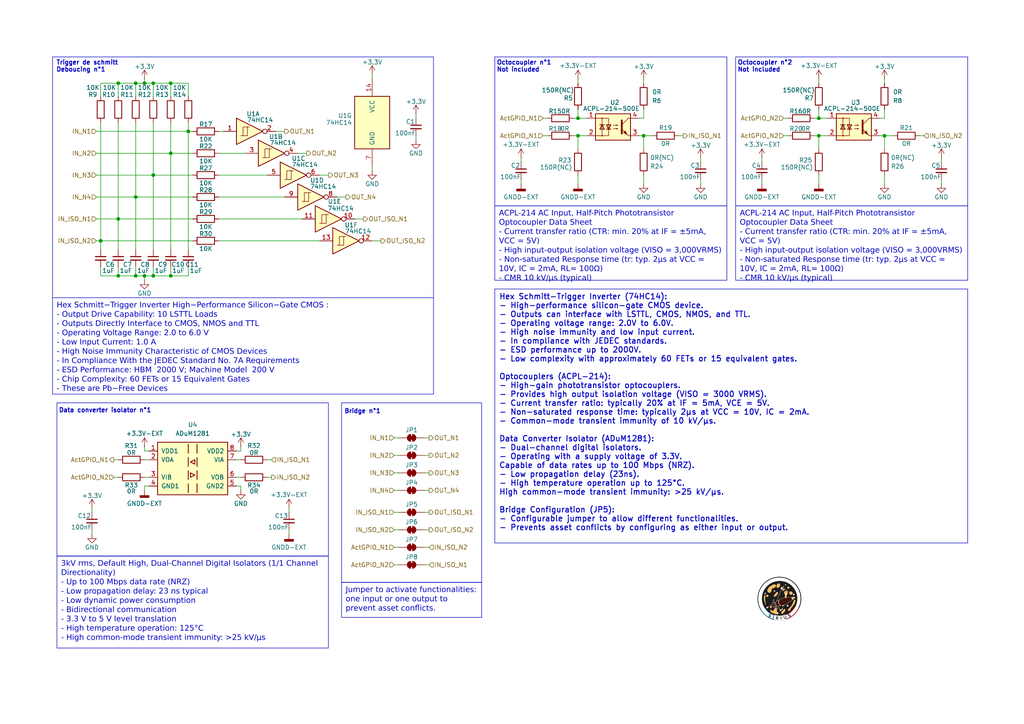
<source format=kicad_sch>
(kicad_sch (version 20231120) (generator "eeschema") (generator_version "8.0")
  (paper "A4")
  (title_block (title "GPIO sheet") (date "2024-06-09") (rev "V°1") (company "Club : PICAS") (comment 1 "Auteur : Paul Miailhe") (comment 2 "Project : Experiment Rocket Sirius "))
  (lib_symbols
    (symbol "74xx:74HC14" (pin_names (offset 1.016))
      (property "Reference" "U" (at 0 1.27 0))
      (property "Value" "74HC14" (at 0 -1.27 0))
      (symbol "74HC14_1_0"
        (polyline (pts (xy -3.81 3.81) (xy -3.81 -3.81) (xy 3.81 0) (xy -3.81 3.81)) (stroke (width 0.254)) (fill (type background)))
        (pin input line (at -7.62 0 0) (length 3.81) (name "~") (number "1"))
        (pin output inverted (at 7.62 0 180) (length 3.81) (name "~") (number "2"))
      )
      (symbol "74HC14_1_1"
        (polyline (pts (xy -1.905 -1.27) (xy -1.905 1.27) (xy -0.635 1.27)))
        (polyline (pts (xy -2.54 -1.27) (xy -0.635 -1.27) (xy -0.635 1.27) (xy 0 1.27)))
      )
      (symbol "74HC14_2_0"
        (polyline (pts (xy -3.81 3.81) (xy -3.81 -3.81) (xy 3.81 0) (xy -3.81 3.81)) (stroke (width 0.254)) (fill (type background)))
        (pin input line (at -7.62 0 0) (length 3.81) (name "~") (number "3"))
        (pin output inverted (at 7.62 0 180) (length 3.81) (name "~") (number "4"))
      )
      (symbol "74HC14_2_1"
        (polyline (pts (xy -1.905 -1.27) (xy -1.905 1.27) (xy -0.635 1.27)))
        (polyline (pts (xy -2.54 -1.27) (xy -0.635 -1.27) (xy -0.635 1.27) (xy 0 1.27)))
      )
      (symbol "74HC14_3_0"
        (polyline (pts (xy -3.81 3.81) (xy -3.81 -3.81) (xy 3.81 0) (xy -3.81 3.81)) (stroke (width 0.254)) (fill (type background)))
        (pin input line (at -7.62 0 0) (length 3.81) (name "~") (number "5"))
        (pin output inverted (at 7.62 0 180) (length 3.81) (name "~") (number "6"))
      )
      (symbol "74HC14_3_1"
        (polyline (pts (xy -1.905 -1.27) (xy -1.905 1.27) (xy -0.635 1.27)))
        (polyline (pts (xy -2.54 -1.27) (xy -0.635 -1.27) (xy -0.635 1.27) (xy 0 1.27)))
      )
      (symbol "74HC14_4_0"
        (polyline (pts (xy -3.81 3.81) (xy -3.81 -3.81) (xy 3.81 0) (xy -3.81 3.81)) (stroke (width 0.254)) (fill (type background)))
        (pin output inverted (at 7.62 0 180) (length 3.81) (name "~") (number "8"))
        (pin input line (at -7.62 0 0) (length 3.81) (name "~") (number "9"))
      )
      (symbol "74HC14_4_1"
        (polyline (pts (xy -1.905 -1.27) (xy -1.905 1.27) (xy -0.635 1.27)))
        (polyline (pts (xy -2.54 -1.27) (xy -0.635 -1.27) (xy -0.635 1.27) (xy 0 1.27)))
      )
      (symbol "74HC14_5_0"
        (polyline (pts (xy -3.81 3.81) (xy -3.81 -3.81) (xy 3.81 0) (xy -3.81 3.81)) (stroke (width 0.254)) (fill (type background)))
        (pin output inverted (at 7.62 0 180) (length 3.81) (name "~") (number "10"))
        (pin input line (at -7.62 0 0) (length 3.81) (name "~") (number "11"))
      )
      (symbol "74HC14_5_1"
        (polyline (pts (xy -1.905 -1.27) (xy -1.905 1.27) (xy -0.635 1.27)))
        (polyline (pts (xy -2.54 -1.27) (xy -0.635 -1.27) (xy -0.635 1.27) (xy 0 1.27)))
      )
      (symbol "74HC14_6_0"
        (polyline (pts (xy -3.81 3.81) (xy -3.81 -3.81) (xy 3.81 0) (xy -3.81 3.81)) (stroke (width 0.254)) (fill (type background)))
        (pin output inverted (at 7.62 0 180) (length 3.81) (name "~") (number "12"))
        (pin input line (at -7.62 0 0) (length 3.81) (name "~") (number "13"))
      )
      (symbol "74HC14_6_1"
        (polyline (pts (xy -1.905 -1.27) (xy -1.905 1.27) (xy -0.635 1.27)))
        (polyline (pts (xy -2.54 -1.27) (xy -0.635 -1.27) (xy -0.635 1.27) (xy 0 1.27)))
      )
      (symbol "74HC14_7_0"
        (pin power_in line (at 0 12.7 270) (length 5.08) (name "VCC") (number "14"))
        (pin power_in line (at 0 -12.7 90) (length 5.08) (name "GND") (number "7"))
      )
      (symbol "74HC14_7_1"
        (rectangle (start -5.08 7.62) (end 5.08 -7.62) (stroke (width 0.254)) (fill (type background)))
      )
    )
    (symbol "Device:C_Small" (pin_numbers hide) (pin_names (offset 0.254) hide)
      (property "Reference" "C" (at 0.254 1.778 0))
      (property "Value" "C_Small" (at 0.254 -2.032 0))
      (symbol "C_Small_0_1"
        (polyline (pts (xy -1.524 -0.508) (xy 1.524 -0.508)) (stroke (width 0.3302)))
        (polyline (pts (xy -1.524 0.508) (xy 1.524 0.508)) (stroke (width 0.3048)))
      )
      (symbol "C_Small_1_1"
        (pin passive line (at 0 2.54 270) (length 2.032) (name "~") (number "1"))
        (pin passive line (at 0 -2.54 90) (length 2.032) (name "~") (number "2"))
      )
    )
    (symbol "Device:R" (pin_numbers hide) (pin_names (offset 0))
      (property "Reference" "R" (at 2.032 0 90))
      (property "Value" "R" (at 0 0 90))
      (symbol "R_0_1"
        (rectangle (start -1.016 -2.54) (end 1.016 2.54) (stroke (width 0.254)))
      )
      (symbol "R_1_1"
        (pin passive line (at 0 3.81 270) (length 1.27) (name "~") (number "1"))
        (pin passive line (at 0 -3.81 90) (length 1.27) (name "~") (number "2"))
      )
    )
    (symbol "Isolator:ACPL-214-500E" (pin_names (offset 1.016))
      (property "Reference" "U" (at -5.08 5.08 0))
      (property "Value" "ACPL-214-500E" (at 0 5.08 0))
      (symbol "ACPL-214-500E_0_1"
        (rectangle (start -5.08 3.81) (end 5.08 -3.81) (stroke (width 0.254)) (fill (type background)))
        (circle (center -3.175 -2.54) (radius 0.127))
        (circle (center -3.175 2.54) (radius 0.127))
        (polyline (pts (xy -3.81 0.635) (xy -2.54 0.635)) (stroke (width 0.254)))
        (polyline (pts (xy -3.175 -0.635) (xy -3.175 -2.54)))
        (polyline (pts (xy -3.175 -0.635) (xy -3.175 2.54)))
        (polyline (pts (xy -1.905 -0.635) (xy -0.635 -0.635)) (stroke (width 0.254)))
        (polyline (pts (xy 2.54 0.635) (xy 4.445 2.54)))
        (polyline (pts (xy 4.445 -2.54) (xy 2.54 -0.635)) (fill (type outline)))
        (polyline (pts (xy 4.445 -2.54) (xy 5.08 -2.54)))
        (polyline (pts (xy 4.445 2.54) (xy 5.08 2.54)))
        (polyline (pts (xy -5.08 2.54) (xy -1.27 2.54) (xy -1.27 -0.635)))
        (polyline (pts (xy -1.27 -0.635) (xy -1.27 -2.54) (xy -5.08 -2.54)))
        (polyline (pts (xy 2.54 1.905) (xy 2.54 -1.905) (xy 2.54 -1.905)) (stroke (width 0.508)))
        (polyline (pts (xy -3.175 0.635) (xy -3.81 -0.635) (xy -2.54 -0.635) (xy -3.175 0.635)) (stroke (width 0.254)))
        (polyline (pts (xy -1.27 -0.635) (xy -1.905 0.635) (xy -0.635 0.635) (xy -1.27 -0.635)) (stroke (width 0.254)))
        (polyline (pts (xy 0.127 -0.508) (xy 1.397 -0.508) (xy 1.016 -0.635) (xy 1.016 -0.381) (xy 1.397 -0.508)))
        (polyline (pts (xy 0.127 0.508) (xy 1.397 0.508) (xy 1.016 0.381) (xy 1.016 0.635) (xy 1.397 0.508)))
        (polyline (pts (xy 3.048 -1.651) (xy 3.556 -1.143) (xy 4.064 -2.159) (xy 3.048 -1.651) (xy 3.048 -1.651)) (fill (type outline)))
      )
      (symbol "ACPL-214-500E_1_1"
        (pin passive line (at -7.62 2.54 0) (length 2.54) (name "~") (number "1"))
        (pin passive line (at -7.62 -2.54 0) (length 2.54) (name "~") (number "2"))
        (pin passive line (at 7.62 -2.54 180) (length 2.54) (name "~") (number "3"))
        (pin passive line (at 7.62 2.54 180) (length 2.54) (name "~") (number "4"))
      )
    )
    (symbol "Isolator:ADuM1281" (pin_names (offset 1.016))
      (property "Reference" "U" (at -10.16 8.89 0))
      (property "Value" "ADuM1281" (at -2.032 8.89 0))
      (symbol "ADuM1281_0_1"
        (rectangle (start -10.16 7.62) (end 10.16 -7.62) (stroke (width 0.254)) (fill (type background)))
        (polyline (pts (xy -1.27 -4.445) (xy -1.27 -6.985)) (stroke (width 0.254)))
        (polyline (pts (xy -1.27 -0.635) (xy -1.27 -3.175)) (stroke (width 0.254)))
        (polyline (pts (xy -1.27 3.175) (xy -1.27 0.635)) (stroke (width 0.254)))
        (polyline (pts (xy -1.27 6.985) (xy -1.27 4.445)) (stroke (width 0.254)))
        (polyline (pts (xy 1.27 -4.445) (xy 1.27 -6.985)) (stroke (width 0.254)))
        (polyline (pts (xy 1.27 -0.635) (xy 1.27 -3.175)) (stroke (width 0.254)))
        (polyline (pts (xy 1.27 3.175) (xy 1.27 0.635)) (stroke (width 0.254)))
        (polyline (pts (xy 1.27 6.985) (xy 1.27 4.445)) (stroke (width 0.254)))
        (polyline (pts (xy -0.635 -1.27) (xy -0.635 -2.54) (xy 0.635 -1.905) (xy -0.635 -1.27)) (stroke (width 0.254)))
        (polyline (pts (xy 0.635 2.54) (xy 0.635 1.27) (xy -0.635 1.905) (xy 0.635 2.54)) (stroke (width 0.254)))
      )
      (symbol "ADuM1281_1_1"
        (pin power_in line (at -12.7 5.08 0) (length 2.54) (name "VDD1") (number "1"))
        (pin output line (at -12.7 2.54 0) (length 2.54) (name "VOA") (number "2"))
        (pin input line (at -12.7 -2.54 0) (length 2.54) (name "VIB") (number "3"))
        (pin power_in line (at -12.7 -5.08 0) (length 2.54) (name "GND1") (number "4"))
        (pin power_in line (at 12.7 -5.08 180) (length 2.54) (name "GND2") (number "5"))
        (pin output line (at 12.7 -2.54 180) (length 2.54) (name "VOB") (number "6"))
        (pin input line (at 12.7 2.54 180) (length 2.54) (name "VIA") (number "7"))
        (pin power_in line (at 12.7 5.08 180) (length 2.54) (name "VDD2") (number "8"))
      )
    )
    (symbol "Jumper:SolderJumper_2_Bridged" (pin_numbers hide) (pin_names (offset 0) hide) (exclude_from_sim yes) (in_bom no)
      (property "Reference" "JP" (at 0 2.032 0))
      (property "Value" "SolderJumper_2_Bridged" (at 0 -2.54 0))
      (symbol "SolderJumper_2_Bridged_0_1"
        (rectangle (start -0.508 0.508) (end 0.508 -0.508) (fill (type outline)))
        (arc (start -0.254 1.016) (mid -1.2656 0) (end -0.254 -1.016))
        (arc (start -0.254 1.016) (mid -1.2656 0) (end -0.254 -1.016) (fill (type outline)))
        (polyline (pts (xy -0.254 1.016) (xy -0.254 -1.016)))
        (polyline (pts (xy 0.254 1.016) (xy 0.254 -1.016)))
        (arc (start 0.254 -1.016) (mid 1.2656 0) (end 0.254 1.016))
        (arc (start 0.254 -1.016) (mid 1.2656 0) (end 0.254 1.016) (fill (type outline)))
      )
      (symbol "SolderJumper_2_Bridged_1_1"
        (pin passive line (at -3.81 0 0) (length 2.54) (name "A") (number "1"))
        (pin passive line (at 3.81 0 180) (length 2.54) (name "B") (number "2"))
      )
    )
    (symbol "power:+3.3V" (power) (pin_numbers hide) (pin_names (offset 0) hide)
      (property "Value" "+3.3V" (at 0 3.556 0))
      (symbol "+3.3V_0_1"
        (polyline (pts (xy -0.762 1.27) (xy 0 2.54)))
        (polyline (pts (xy 0 0) (xy 0 2.54)))
        (polyline (pts (xy 0 2.54) (xy 0.762 1.27)))
      )
      (symbol "+3.3V_1_1"
        (pin power_in line (at 0 0 90) (length 0) (name "~") (number "1"))
      )
    )
    (symbol "power:+3.3VA" (power) (pin_numbers hide) (pin_names (offset 0) hide)
      (property "Value" "+3.3VA" (at 0 3.556 0))
      (symbol "+3.3VA_0_1"
        (polyline (pts (xy -0.762 1.27) (xy 0 2.54)))
        (polyline (pts (xy 0 0) (xy 0 2.54)))
        (polyline (pts (xy 0 2.54) (xy 0.762 1.27)))
      )
      (symbol "+3.3VA_1_1"
        (pin power_in line (at 0 0 90) (length 0) (name "~") (number "1"))
      )
    )
    (symbol "power:GND" (power) (pin_numbers hide) (pin_names (offset 0) hide)
      (property "Value" "GND" (at 0 -3.81 0))
      (symbol "GND_0_1"
        (polyline (pts (xy 0 0) (xy 0 -1.27) (xy 1.27 -1.27) (xy 0 -2.54) (xy -1.27 -1.27) (xy 0 -1.27)))
      )
      (symbol "GND_1_1"
        (pin power_in line (at 0 0 270) (length 0) (name "~") (number "1"))
      )
    )
    (symbol "power:GNDD" (power) (pin_names (offset 0))
      (property "Value" "GNDD" (at 0 -3.175 0))
      (symbol "GNDD_0_1"
        (rectangle (start -1.27 -1.524) (end 1.27 -2.032) (stroke (width 0.254)) (fill (type outline)))
        (polyline (pts (xy 0 0) (xy 0 -1.524)))
      )
      (symbol "GNDD_1_1"
        (pin power_in line (at 0 0 270) (length 0) hide (name "GNDD") (number "1"))
      )
    )
  )
  (junction (at 256.54 39.37))
  (junction (at 39.37 24.13))
  (junction (at 167.64 34.29))
  (junction (at 237.49 39.37))
  (junction (at 54.61 38.1))
  (junction (at 44.45 80.01))
  (junction (at 237.49 34.29))
  (junction (at 34.29 80.01))
  (junction (at 41.91 24.13))
  (junction (at 34.29 24.13))
  (junction (at 186.69 39.37))
  (junction (at 167.64 39.37))
  (junction (at 44.45 50.8))
  (junction (at 34.29 63.5))
  (junction (at 29.21 69.85))
  (junction (at 49.53 80.01))
  (junction (at 49.53 44.45))
  (junction (at 44.45 24.13))
  (junction (at 49.53 24.13))
  (junction (at 41.91 80.01))
  (junction (at 39.37 57.15))
  (junction (at 39.37 80.01))
  (wire (pts (xy 237.49 39.37) (xy 237.49 43.18)))
  (wire (pts (xy 157.48 34.29) (xy 158.75 34.29)))
  (wire (pts (xy 203.2 45.72) (xy 203.2 46.99)))
  (wire (pts (xy 39.37 35.56) (xy 39.37 57.15)))
  (wire (pts (xy 114.3 153.67) (xy 115.57 153.67)))
  (wire (pts (xy 39.37 77.47) (xy 39.37 80.01)))
  (wire (pts (xy 26.67 147.32) (xy 26.67 148.59)))
  (wire (pts (xy 44.45 50.8) (xy 55.88 50.8)))
  (wire (pts (xy 49.53 80.01) (xy 44.45 80.01)))
  (wire (pts (xy 107.95 21.59) (xy 107.95 22.86)))
  (wire (pts (xy 69.85 140.97) (xy 69.85 142.24)))
  (wire (pts (xy 227.33 34.29) (xy 228.6 34.29)))
  (wire (pts (xy 151.13 45.72) (xy 151.13 46.99)))
  (wire (pts (xy 123.19 142.24) (xy 124.46 142.24)))
  (wire (pts (xy 77.47 133.35) (xy 78.74 133.35)))
  (wire (pts (xy 33.02 138.43) (xy 34.29 138.43)))
  (wire (pts (xy 186.69 31.75) (xy 186.69 34.29)))
  (wire (pts (xy 256.54 31.75) (xy 256.54 34.29)))
  (wire (pts (xy 54.61 38.1) (xy 54.61 35.56)))
  (wire (pts (xy 114.3 148.59) (xy 115.57 148.59)))
  (wire (pts (xy 186.69 39.37) (xy 186.69 43.18)))
  (wire (pts (xy 41.91 142.24) (xy 41.91 140.97)))
  (wire (pts (xy 237.49 31.75) (xy 237.49 34.29)))
  (wire (pts (xy 44.45 24.13) (xy 49.53 24.13)))
  (wire (pts (xy 83.82 147.32) (xy 83.82 148.59)))
  (wire (pts (xy 120.65 33.02) (xy 120.65 34.29)))
  (wire (pts (xy 255.27 39.37) (xy 256.54 39.37)))
  (wire (pts (xy 34.29 35.56) (xy 34.29 63.5)))
  (wire (pts (xy 167.64 22.86) (xy 167.64 24.13)))
  (wire (pts (xy 220.98 52.07) (xy 220.98 53.34)))
  (wire (pts (xy 237.49 34.29) (xy 240.03 34.29)))
  (wire (pts (xy 256.54 53.34) (xy 256.54 50.8)))
  (wire (pts (xy 236.22 34.29) (xy 237.49 34.29)))
  (wire (pts (xy 29.21 24.13) (xy 34.29 24.13)))
  (wire (pts (xy 33.02 133.35) (xy 34.29 133.35)))
  (wire (pts (xy 157.48 39.37) (xy 158.75 39.37)))
  (wire (pts (xy 114.3 163.83) (xy 115.57 163.83)))
  (wire (pts (xy 123.19 158.75) (xy 124.46 158.75)))
  (wire (pts (xy 86.36 44.45) (xy 88.9 44.45)))
  (wire (pts (xy 41.91 133.35) (xy 43.18 133.35)))
  (wire (pts (xy 123.19 132.08) (xy 124.46 132.08)))
  (wire (pts (xy 44.45 80.01) (xy 41.91 80.01)))
  (wire (pts (xy 39.37 24.13) (xy 39.37 27.94)))
  (wire (pts (xy 39.37 80.01) (xy 34.29 80.01)))
  (wire (pts (xy 166.37 39.37) (xy 167.64 39.37)))
  (wire (pts (xy 44.45 50.8) (xy 44.45 72.39)))
  (wire (pts (xy 77.47 138.43) (xy 78.74 138.43)))
  (wire (pts (xy 54.61 24.13) (xy 49.53 24.13)))
  (wire (pts (xy 167.64 31.75) (xy 167.64 34.29)))
  (wire (pts (xy 114.3 127) (xy 115.57 127)))
  (wire (pts (xy 123.19 127) (xy 124.46 127)))
  (wire (pts (xy 196.85 39.37) (xy 198.12 39.37)))
  (wire (pts (xy 123.19 137.16) (xy 124.46 137.16)))
  (wire (pts (xy 255.27 34.29) (xy 256.54 34.29)))
  (wire (pts (xy 54.61 77.47) (xy 54.61 80.01)))
  (wire (pts (xy 237.49 39.37) (xy 240.03 39.37)))
  (wire (pts (xy 185.42 34.29) (xy 186.69 34.29)))
  (wire (pts (xy 54.61 38.1) (xy 55.88 38.1)))
  (wire (pts (xy 34.29 63.5) (xy 55.88 63.5)))
  (wire (pts (xy 29.21 77.47) (xy 29.21 80.01)))
  (wire (pts (xy 68.58 140.97) (xy 69.85 140.97)))
  (wire (pts (xy 256.54 39.37) (xy 259.08 39.37)))
  (wire (pts (xy 167.64 50.8) (xy 167.64 53.34)))
  (wire (pts (xy 39.37 24.13) (xy 41.91 24.13)))
  (wire (pts (xy 92.71 50.8) (xy 95.25 50.8)))
  (wire (pts (xy 167.64 39.37) (xy 167.64 43.18)))
  (wire (pts (xy 34.29 24.13) (xy 34.29 27.94)))
  (wire (pts (xy 41.91 81.28) (xy 41.91 80.01)))
  (wire (pts (xy 166.37 34.29) (xy 167.64 34.29)))
  (wire (pts (xy 97.79 57.15) (xy 100.33 57.15)))
  (wire (pts (xy 49.53 77.47) (xy 49.53 80.01)))
  (wire (pts (xy 273.05 52.07) (xy 273.05 53.34)))
  (wire (pts (xy 114.3 132.08) (xy 115.57 132.08)))
  (wire (pts (xy 167.64 34.29) (xy 170.18 34.29)))
  (wire (pts (xy 39.37 57.15) (xy 55.88 57.15)))
  (wire (pts (xy 44.45 24.13) (xy 44.45 27.94)))
  (wire (pts (xy 49.53 72.39) (xy 49.53 44.45)))
  (wire (pts (xy 29.21 27.94) (xy 29.21 24.13)))
  (wire (pts (xy 69.85 129.54) (xy 69.85 130.81)))
  (wire (pts (xy 123.19 153.67) (xy 124.46 153.67)))
  (wire (pts (xy 63.5 44.45) (xy 71.12 44.45)))
  (wire (pts (xy 54.61 80.01) (xy 49.53 80.01)))
  (wire (pts (xy 102.87 63.5) (xy 105.41 63.5)))
  (wire (pts (xy 41.91 140.97) (xy 43.18 140.97)))
  (wire (pts (xy 123.19 148.59) (xy 124.46 148.59)))
  (wire (pts (xy 203.2 52.07) (xy 203.2 53.34)))
  (wire (pts (xy 27.94 44.45) (xy 49.53 44.45)))
  (wire (pts (xy 54.61 27.94) (xy 54.61 24.13)))
  (wire (pts (xy 114.3 137.16) (xy 115.57 137.16)))
  (wire (pts (xy 26.67 153.67) (xy 26.67 154.94)))
  (wire (pts (xy 63.5 69.85) (xy 92.71 69.85)))
  (wire (pts (xy 68.58 130.81) (xy 69.85 130.81)))
  (wire (pts (xy 63.5 57.15) (xy 82.55 57.15)))
  (wire (pts (xy 27.94 63.5) (xy 34.29 63.5)))
  (wire (pts (xy 123.19 163.83) (xy 124.46 163.83)))
  (wire (pts (xy 83.82 153.67) (xy 83.82 154.94)))
  (wire (pts (xy 41.91 80.01) (xy 39.37 80.01)))
  (wire (pts (xy 29.21 69.85) (xy 29.21 72.39)))
  (wire (pts (xy 49.53 35.56) (xy 49.53 44.45)))
  (wire (pts (xy 41.91 138.43) (xy 43.18 138.43)))
  (wire (pts (xy 256.54 39.37) (xy 256.54 43.18)))
  (wire (pts (xy 237.49 22.86) (xy 237.49 24.13)))
  (wire (pts (xy 256.54 24.13) (xy 256.54 22.86)))
  (wire (pts (xy 186.69 53.34) (xy 186.69 50.8)))
  (wire (pts (xy 27.94 50.8) (xy 44.45 50.8)))
  (wire (pts (xy 63.5 50.8) (xy 77.47 50.8)))
  (wire (pts (xy 29.21 35.56) (xy 29.21 69.85)))
  (wire (pts (xy 39.37 24.13) (xy 34.29 24.13)))
  (wire (pts (xy 27.94 57.15) (xy 39.37 57.15)))
  (wire (pts (xy 167.64 39.37) (xy 170.18 39.37)))
  (wire (pts (xy 41.91 22.86) (xy 41.91 24.13)))
  (wire (pts (xy 29.21 80.01) (xy 34.29 80.01)))
  (wire (pts (xy 220.98 45.72) (xy 220.98 46.99)))
  (wire (pts (xy 186.69 24.13) (xy 186.69 22.86)))
  (wire (pts (xy 41.91 24.13) (xy 44.45 24.13)))
  (wire (pts (xy 54.61 38.1) (xy 54.61 72.39)))
  (wire (pts (xy 227.33 39.37) (xy 228.6 39.37)))
  (wire (pts (xy 63.5 38.1) (xy 64.77 38.1)))
  (wire (pts (xy 41.91 129.54) (xy 41.91 130.81)))
  (wire (pts (xy 185.42 39.37) (xy 186.69 39.37)))
  (wire (pts (xy 186.69 39.37) (xy 189.23 39.37)))
  (wire (pts (xy 107.95 48.26) (xy 107.95 49.53)))
  (wire (pts (xy 273.05 45.72) (xy 273.05 46.99)))
  (wire (pts (xy 114.3 158.75) (xy 115.57 158.75)))
  (wire (pts (xy 34.29 63.5) (xy 34.29 72.39)))
  (wire (pts (xy 114.3 142.24) (xy 115.57 142.24)))
  (wire (pts (xy 44.45 77.47) (xy 44.45 80.01)))
  (wire (pts (xy 41.91 130.81) (xy 43.18 130.81)))
  (wire (pts (xy 237.49 50.8) (xy 237.49 53.34)))
  (wire (pts (xy 236.22 39.37) (xy 237.49 39.37)))
  (wire (pts (xy 27.94 38.1) (xy 54.61 38.1)))
  (wire (pts (xy 68.58 133.35) (xy 69.85 133.35)))
  (wire (pts (xy 63.5 63.5) (xy 87.63 63.5)))
  (wire (pts (xy 120.65 39.37) (xy 120.65 40.64)))
  (wire (pts (xy 151.13 52.07) (xy 151.13 53.34)))
  (wire (pts (xy 49.53 24.13) (xy 49.53 27.94)))
  (wire (pts (xy 68.58 138.43) (xy 69.85 138.43)))
  (wire (pts (xy 49.53 44.45) (xy 55.88 44.45)))
  (wire (pts (xy 44.45 35.56) (xy 44.45 50.8)))
  (wire (pts (xy 34.29 77.47) (xy 34.29 80.01)))
  (wire (pts (xy 107.95 69.85) (xy 110.49 69.85)))
  (wire (pts (xy 29.21 69.85) (xy 55.88 69.85)))
  (wire (pts (xy 266.7 39.37) (xy 267.97 39.37)))
  (wire (pts (xy 39.37 57.15) (xy 39.37 72.39)))
  (wire (pts (xy 80.01 38.1) (xy 82.55 38.1)))
  (wire (pts (xy 27.94 69.85) (xy 29.21 69.85)))
  (rectangle (start 15.24 16.51) (end 125.73 86.36))
  (rectangle (start 213.36 16.51) (end 280.67 59.69))
  (rectangle (start 143.51 16.51) (end 210.82 59.69))
  (rectangle (start 16.51 116.84) (end 95.25 161.29))
  (rectangle (start 99.06 116.84) (end 139.7 168.91))
  (image (at 226.06 173.99) (scale 0.291829))
  (text_box "Hex Schmitt-Trigger Inverter (74HC14):\n- High-performance silicon-gate CMOS device.\n- Outputs can interface with LSTTL, CMOS, NMOS, and TTL.\n- Operating voltage range: 2.0V to 6.0V.\n- High noise immunity and low input current.\n- In compliance with JEDEC standards.\n- ESD performance up to 2000V.\n- Low complexity with approximately 60 FETs or 15 equivalent gates.\n\nOptocouplers (ACPL-214):\n- High-gain phototransistor optocouplers.\n- Provides high output isolation voltage (VISO = 3000 VRMS).\n- Current transfer ratio: typically 20% at IF = 5mA, VCE = 5V.\n- Non-saturated response time: typically 2µs at VCC = 10V, IC = 2mA.\n- Common-mode transient immunity of 10 kV/µs.\n\nData Converter Isolator (ADuM1281):\n- Dual-channel digital isolators.\n- Operating with a supply voltage of 3.3V.\nCapable of data rates up to 100 Mbps (NRZ).\n- Low propagation delay (23ns).\n- High temperature operation up to 125°C.\nHigh common-mode transient immunity: >25 kV/µs.\n\nBridge Configuration (JP5):\n- Configurable jumper to allow different functionalities.\n- Prevents asset conflicts by configuring as either input or output." (at 143.51 83.82 0) (size 137.16 73.66) (effects (font (size 1.6 1.6) (thickness 0.254) (bold yes)) (justify left top)))
  (text_box "ACPL-214 AC Input, Half-Pitch Phototransistor Optocoupler Data Sheet\n- Current transfer ratio (CTR: min. 20% at IF = ±5mA, VCC = 5V)\n- High input-output isolation voltage (VISO = 3,000VRMS)\n- Non-saturated Response time (tr: typ. 2μs at VCC = 10V, IC = 2mA, RL= 100Ω)\n- CMR 10 kV/μs (typical)" (at 143.51 59.69 0) (size 67.31 21.59) (effects (font (size 1.6 1.6)) (justify left top)))
  (text_box "Hex Schmitt−Trigger Inverter High−Performance Silicon−Gate CMOS :\n- Output Drive Capability: 10 LSTTL Loads\n- Outputs Directly Interface to CMOS, NMOS and TTL\n- Operating Voltage Range: 2.0 to 6.0 V\n- Low Input Current: 1.0 A\n- High Noise Immunity Characteristic of CMOS Devices\n- In Compliance With the JEDEC Standard No. 7A Requirements\n- ESD Performance: HBM  2000 V; Machine Model  200 V\n- Chip Complexity: 60 FETs or 15 Equivalent Gates\n- These are Pb−Free Devices" (at 15.24 86.36 0) (size 110.49 27.94) (effects (font (size 1.6 1.6)) (justify left top)))
  (text_box "3kV rms, Default High, Dual-Channel Digital Isolators (1/1 Channel Directionality)\n- Up to 100 Mbps data rate (NRZ)\n- Low propagation delay: 23 ns typical\n- Low dynamic power consumption\n- Bidirectional communication\n- 3.3 V to 5 V level translation\n- High temperature operation: 125°C\n- High common-mode transient immunity: >25 kV/μs" (at 16.51 161.29 0) (size 78.74 26.67) (effects (font (size 1.6 1.6)) (justify left top)))
  (text_box "Jumper to activate functionalities: one input or one output to prevent asset conflicts." (at 99.06 168.91 0) (size 40.64 10.16) (effects (font (size 1.6 1.6)) (justify left top)))
  (text_box "ACPL-214 AC Input, Half-Pitch Phototransistor Optocoupler Data Sheet\n- Current transfer ratio (CTR: min. 20% at IF = ±5mA, VCC = 5V)\n- High input-output isolation voltage (VISO = 3,000VRMS)\n- Non-saturated Response time (tr: typ. 2μs at VCC = 10V, IC = 2mA, RL= 100Ω)\n- CMR 10 kV/μs (typical)" (at 213.36 59.69 0) (size 67.31 21.59) (effects (font (size 1.6 1.6)) (justify left top)))
  (text "Octocoupler n°1\nNot included" (at 144.018 21.082 0) (effects (font (size 1.27 1.27) (thickness 0.254) (bold yes)) (justify left bottom)))
  (text "Data converter isolator n°1\n" (at 17.018 119.888 0) (effects (font (size 1.27 1.27) (thickness 0.254) (bold yes)) (justify left bottom)))
  (text "Bridge n°1\n" (at 99.822 120.142 0) (effects (font (size 1.27 1.27) (thickness 0.254) (bold yes)) (justify left bottom)))
  (text "Trigger de schmitt \nDeboucing n°1\n" (at 16.256 21.082 0) (effects (font (size 1.27 1.27) (thickness 0.254) (bold yes)) (justify left bottom)))
  (text "Octocoupler n°2\nNot included" (at 213.868 21.082 0) (effects (font (size 1.27 1.27) (thickness 0.254) (bold yes)) (justify left bottom)))
  (hierarchical_label "ActGPIO_N1" (shape input) (at 157.48 34.29 180))
  (hierarchical_label "OUT_N1" (shape output) (at 124.46 127 0))
  (hierarchical_label "IN_ISO_N2" (shape input) (at 27.94 69.85 180))
  (hierarchical_label "IN_N4" (shape input) (at 27.94 57.15 180))
  (hierarchical_label "OUT_N1" (shape output) (at 82.55 38.1 0))
  (hierarchical_label "OUT_N3" (shape output) (at 95.25 50.8 0))
  (hierarchical_label "IN_N2" (shape input) (at 27.94 44.45 180))
  (hierarchical_label "IN_N1" (shape input) (at 114.3 127 180))
  (hierarchical_label "OUT_N4" (shape output) (at 124.46 142.24 0))
  (hierarchical_label "IN_N1" (shape input) (at 27.94 38.1 180))
  (hierarchical_label "IN_N2" (shape input) (at 114.3 132.08 180))
  (hierarchical_label "ActGPIO_N1" (shape input) (at 157.48 39.37 180))
  (hierarchical_label "IN_ISO_N2" (shape input) (at 124.46 158.75 0))
  (hierarchical_label "IN_ISO_N1" (shape input) (at 124.46 163.83 0))
  (hierarchical_label "OUT_N3" (shape output) (at 124.46 137.16 0))
  (hierarchical_label "IN_N3" (shape input) (at 27.94 50.8 180))
  (hierarchical_label "OUT_N4" (shape output) (at 100.33 57.15 0))
  (hierarchical_label "IN_ISO_N2" (shape input) (at 267.97 39.37 0))
  (hierarchical_label "OUT_ISO_N1" (shape output) (at 124.46 148.59 0))
  (hierarchical_label "IN_ISO_N1" (shape input) (at 114.3 148.59 180))
  (hierarchical_label "OUT_N2" (shape output) (at 124.46 132.08 0))
  (hierarchical_label "OUT_ISO_N2" (shape output) (at 124.46 153.67 0))
  (hierarchical_label "IN_ISO_N1" (shape input) (at 78.74 133.35 0))
  (hierarchical_label "ActGPIO_N1" (shape output) (at 33.02 133.35 180))
  (hierarchical_label "IN_ISO_N2" (shape input) (at 114.3 153.67 180))
  (hierarchical_label "ActGPIO_N2" (shape input) (at 227.33 34.29 180))
  (hierarchical_label "ActGPIO_N1" (shape input) (at 114.3 158.75 180))
  (hierarchical_label "ActGPIO_N2" (shape input) (at 227.33 39.37 180))
  (hierarchical_label "IN_ISO_N2" (shape output) (at 78.74 138.43 0))
  (hierarchical_label "OUT_ISO_N1" (shape output) (at 105.41 63.5 0))
  (hierarchical_label "ActGPIO_N2" (shape input) (at 33.02 138.43 180))
  (hierarchical_label "IN_ISO_N1" (shape output) (at 198.12 39.37 0))
  (hierarchical_label "OUT_ISO_N2" (shape output) (at 110.49 69.85 0))
  (hierarchical_label "IN_N3" (shape input) (at 114.3 137.16 180))
  (hierarchical_label "IN_N4" (shape input) (at 114.3 142.24 180))
  (hierarchical_label "OUT_N2" (shape output) (at 88.9 44.45 0))
  (hierarchical_label "ActGPIO_N2" (shape input) (at 114.3 163.83 180))
  (hierarchical_label "IN_ISO_N1" (shape input) (at 27.94 63.5 180))
  (symbol (lib_id "power:GND") (at 256.54 53.34 0) (unit 1) (on_board no)
    (property "Reference" "#PWR047" (effects (hide yes)))
    (property "Value" "GND" (at 256.54 57.15 0))
    (property "Description" "Power symbol creates a global label with name \"GND\" , ground" (effects (hide yes)))
  )
  (symbol (lib_id "Device:R") (at 167.64 27.94 180) (unit 1) (on_board no)
    (property "Reference" "R5" (at 164.846 28.448 0))
    (property "Value" "150R(NC)" (at 161.798 26.162 0))
    (property "Footprint" "Resistor_SMD:R_0603_1608Metric_Pad0.98x0.95mm_HandSolder" (effects (hide yes)))
  )
  (symbol (lib_id "power:+3.3VA") (at 167.64 22.86 0) (unit 1) (on_board no)
    (property "Reference" "#PWR030" (effects (hide yes)))
    (property "Value" "+3.3V-EXT" (at 167.64 19.05 0))
    (property "Description" "Power symbol creates a global label with name \"+3.3VA\"" (effects (hide yes)))
  )
  (symbol (lib_id "Device:R") (at 186.69 46.99 180) (unit 1) (on_board no)
    (property "Reference" "R24" (at 190.5 48.26 0))
    (property "Value" "0R(NC)" (at 192.024 45.72 0))
    (property "Footprint" "Resistor_SMD:R_0603_1608Metric_Pad0.98x0.95mm_HandSolder" (effects (hide yes)))
  )
  (symbol (lib_id "Device:R") (at 256.54 27.94 180) (unit 1) (on_board no)
    (property "Reference" "R8" (at 260.35 29.21 0))
    (property "Value" "0R" (at 260.35 26.67 0))
    (property "Footprint" "Resistor_SMD:R_0603_1608Metric_Pad0.98x0.95mm_HandSolder" (effects (hide yes)))
  )
  (symbol (lib_id "Device:R") (at 162.56 39.37 90) (unit 1) (on_board no)
    (property "Reference" "R18" (at 161.036 37.338 90))
    (property "Value" "0R" (at 163.83 37.338 90))
    (property "Footprint" "Resistor_SMD:R_0603_1608Metric_Pad0.98x0.95mm_HandSolder" (effects (hide yes)))
  )
  (symbol (lib_id "Device:R") (at 186.69 27.94 180) (unit 1) (on_board no)
    (property "Reference" "R6" (at 190.5 29.21 0))
    (property "Value" "0R" (at 190.5 26.67 0))
    (property "Footprint" "Resistor_SMD:R_0603_1608Metric_Pad0.98x0.95mm_HandSolder" (effects (hide yes)))
  )
  (symbol (lib_id "power:GNDD") (at 151.13 53.34 0) (unit 1) (on_board no)
    (property "Reference" "#PWR041" (effects (hide yes)))
    (property "Value" "GNDD-EXT" (at 151.13 57.15 0))
  )
  (symbol (lib_id "power:+3.3VA") (at 237.49 22.86 0) (unit 1) (on_board no)
    (property "Reference" "#PWR032" (effects (hide yes)))
    (property "Value" "+3.3V-EXT" (at 237.49 19.05 0))
    (property "Description" "Power symbol creates a global label with name \"+3.3VA\"" (effects (hide yes)))
  )
  (symbol (lib_id "Device:R") (at 262.89 39.37 90) (unit 1) (on_board no)
    (property "Reference" "R21" (at 262.89 37.084 90))
    (property "Value" "0R" (at 262.89 41.656 90))
    (property "Footprint" "Resistor_SMD:R_0603_1608Metric_Pad0.98x0.95mm_HandSolder" (effects (hide yes)))
  )
  (symbol (lib_id "Device:R") (at 38.1 133.35 90) (unit 1)
    (property "Reference" "R31" (at 38.1 129.286 90))
    (property "Value" "0R" (at 38.1 131.318 90))
    (property "Footprint" "Resistor_SMD:R_0603_1608Metric_Pad0.98x0.95mm_HandSolder" (effects (hide yes)))
  )
  (symbol (lib_id "Device:R") (at 54.61 31.75 0) (unit 1)
    (property "Reference" "R14" (at 52.07 27.432 0))
    (property "Value" "10K" (at 52.07 25.4 0))
    (property "Footprint" "Resistor_SMD:R_0603_1608Metric_Pad0.98x0.95mm_HandSolder" (effects (hide yes)))
  )
  (symbol (lib_id "power:GND") (at 120.65 40.64 0) (unit 1)
    (property "Reference" "#PWR035" (effects (hide yes)))
    (property "Value" "GND" (at 120.65 44.45 0))
    (property "Description" "Power symbol creates a global label with name \"GND\" , ground" (effects (hide yes)))
  )
  (symbol (lib_id "Device:R") (at 59.69 57.15 270) (unit 1)
    (property "Reference" "R28" (at 59.69 55.118 90))
    (property "Value" "10K" (at 59.69 59.436 90))
    (property "Footprint" "Resistor_SMD:R_0603_1608Metric_Pad0.98x0.95mm_HandSolder" (effects (hide yes)))
  )
  (symbol (lib_id "power:GND") (at 41.91 81.28 0) (unit 1)
    (property "Reference" "#PWR049" (effects (hide yes)))
    (property "Value" "GND" (at 41.91 85.09 0))
    (property "Description" "Power symbol creates a global label with name \"GND\" , ground" (effects (hide yes)))
  )
  (symbol (lib_id "74xx:74HC14") (at 85.09 50.8 0) (unit 3)
    (property "Reference" "U1" (at 86.614 45.974 0))
    (property "Value" "74HC14" (at 88.392 47.752 0))
    (property "Footprint" "Package_SO:SOIC-14_3.9x8.7mm_P1.27mm" (effects (hide yes)))
    (property "Datasheet" "http://www.ti.com/lit/gpn/sn74HC14" (effects (hide yes)))
    (property "Description" "Hex inverter schmitt trigger" (effects (hide yes)))
  )
  (symbol (lib_id "Jumper:SolderJumper_2_Bridged") (at 119.38 148.59 0) (unit 1) (exclude_from_sim yes) (in_bom no)
    (property "Reference" "JP5" (at 119.38 146.304 0))
    (property "Value" "SolderJumper" (effects (hide yes)))
    (property "Footprint" "Resistor_SMD:R_0603_1608Metric_Pad0.98x0.95mm_HandSolder" (effects (hide yes)))
    (property "Description" "Solder Jumper, 2-pole, closed/bridged" (effects (hide yes)))
  )
  (symbol (lib_id "Device:C_Small") (at 29.21 74.93 0) (mirror y) (unit 1)
    (property "Reference" "C6" (at 33.274 76.708 0) (effects (justify left)))
    (property "Value" "1uF" (at 33.274 78.486 0) (effects (justify left)))
    (property "Footprint" "Capacitor_SMD:C_0603_1608Metric" (effects (hide yes)))
    (property "Description" "Unpolarized capacitor, small symbol" (effects (hide yes)))
  )
  (symbol (lib_id "Device:C_Small") (at 26.67 151.13 0) (mirror y) (unit 1)
    (property "Reference" "C12" (at 26.416 149.606 0) (effects (justify left)))
    (property "Value" "100nF" (at 26.67 152.908 0) (effects (justify left)))
    (property "Footprint" "Capacitor_SMD:C_0603_1608Metric" (effects (hide yes)))
    (property "Description" "Unpolarized capacitor, small symbol" (effects (hide yes)))
  )
  (symbol (lib_id "Isolator:ACPL-214-500E") (at 177.8 36.83 0) (unit 1) (on_board no)
    (property "Reference" "U2" (at 178.308 29.718 0))
    (property "Value" "ACPL-214-500E" (at 177.292 31.496 0))
    (property "Footprint" "Package_SO:SOP-4_4.4x2.6mm_P1.27mm" (effects (hide yes)))
    (property "Datasheet" "https://docs.broadcom.com/doc/AV02-0469EN" (effects (hide yes)))
    (property "Description" "AC/DC Phototransistor Optocoupler, Vce 80V, CTR 20-400%, SOP-4" (effects (hide yes)))
  )
  (symbol (lib_id "Device:C_Small") (at 120.65 36.83 0) (mirror y) (unit 1)
    (property "Reference" "C1" (at 120.396 35.306 0) (effects (justify left)))
    (property "Value" "100nF" (at 120.65 38.608 0) (effects (justify left)))
    (property "Footprint" "Capacitor_SMD:C_0603_1608Metric" (effects (hide yes)))
    (property "Description" "Unpolarized capacitor, small symbol" (effects (hide yes)))
  )
  (symbol (lib_id "Device:R") (at 256.54 46.99 180) (unit 1) (on_board no)
    (property "Reference" "R26" (at 260.35 48.26 0))
    (property "Value" "0R(NC)" (at 261.874 45.72 0))
    (property "Footprint" "Resistor_SMD:R_0603_1608Metric_Pad0.98x0.95mm_HandSolder" (effects (hide yes)))
  )
  (symbol (lib_id "power:GND") (at 203.2 53.34 0) (unit 1) (on_board no)
    (property "Reference" "#PWR044" (effects (hide yes)))
    (property "Value" "GND" (at 203.2 57.15 0))
    (property "Description" "Power symbol creates a global label with name \"GND\" , ground" (effects (hide yes)))
  )
  (symbol (lib_id "Device:R") (at 162.56 34.29 90) (unit 1) (on_board no)
    (property "Reference" "R15" (at 161.036 32.258 90))
    (property "Value" "0R" (at 164.084 32.258 90))
    (property "Footprint" "Resistor_SMD:R_0603_1608Metric_Pad0.98x0.95mm_HandSolder" (effects (hide yes)))
  )
  (symbol (lib_id "power:+3.3V") (at 120.65 33.02 0) (unit 1)
    (property "Reference" "#PWR034" (effects (hide yes)))
    (property "Value" "+3.3V" (at 120.65 29.464 0))
    (property "Description" "Power symbol creates a global label with name \"+3.3V\"" (effects (hide yes)))
  )
  (symbol (lib_id "Device:R") (at 232.41 34.29 90) (unit 1) (on_board no)
    (property "Reference" "R16" (at 230.886 32.258 90))
    (property "Value" "0R" (at 233.934 32.258 90))
    (property "Footprint" "Resistor_SMD:R_0603_1608Metric_Pad0.98x0.95mm_HandSolder" (effects (hide yes)))
  )
  (symbol (lib_id "power:GND") (at 273.05 53.34 0) (unit 1) (on_board no)
    (property "Reference" "#PWR048" (effects (hide yes)))
    (property "Value" "GND" (at 273.05 57.15 0))
    (property "Description" "Power symbol creates a global label with name \"GND\" , ground" (effects (hide yes)))
  )
  (symbol (lib_id "Device:R") (at 34.29 31.75 0) (unit 1)
    (property "Reference" "R10" (at 31.496 27.432 0))
    (property "Value" "10K" (at 31.75 25.4 0))
    (property "Footprint" "Resistor_SMD:R_0603_1608Metric_Pad0.98x0.95mm_HandSolder" (effects (hide yes)))
  )
  (symbol (lib_id "power:GNDD") (at 167.64 53.34 0) (unit 1) (on_board no)
    (property "Reference" "#PWR042" (effects (hide yes)))
    (property "Value" "GNDD-EXT" (at 167.64 57.15 0))
  )
  (symbol (lib_id "power:GNDD") (at 220.98 53.34 0) (unit 1) (on_board no)
    (property "Reference" "#PWR045" (effects (hide yes)))
    (property "Value" "GNDD-EXT" (at 220.98 57.15 0))
  )
  (symbol (lib_id "power:+3.3VA") (at 83.82 147.32 0) (unit 1)
    (property "Reference" "#PWR055" (effects (hide yes)))
    (property "Value" "+3.3V-EXT" (at 83.82 143.51 0))
    (property "Description" "Power symbol creates a global label with name \"+3.3VA\"" (effects (hide yes)))
  )
  (symbol (lib_id "Device:C_Small") (at 44.45 74.93 0) (mirror y) (unit 1)
    (property "Reference" "C9" (at 48.514 76.708 0) (effects (justify left)))
    (property "Value" "1uF" (at 48.514 78.486 0) (effects (justify left)))
    (property "Footprint" "Capacitor_SMD:C_0603_1608Metric" (effects (hide yes)))
    (property "Description" "Unpolarized capacitor, small symbol" (effects (hide yes)))
  )
  (symbol (lib_id "power:+3.3V") (at 41.91 22.86 0) (unit 1)
    (property "Reference" "#PWR029" (effects (hide yes)))
    (property "Value" "+3.3V" (at 41.91 19.304 0))
    (property "Description" "Power symbol creates a global label with name \"+3.3V\"" (effects (hide yes)))
  )
  (symbol (lib_id "Jumper:SolderJumper_2_Bridged") (at 119.38 127 0) (unit 1) (exclude_from_sim yes) (in_bom no)
    (property "Reference" "JP1" (at 119.38 124.714 0))
    (property "Value" "SolderJumper" (effects (hide yes)))
    (property "Footprint" "Resistor_SMD:R_0603_1608Metric_Pad0.98x0.95mm_HandSolder" (effects (hide yes)))
    (property "Description" "Solder Jumper, 2-pole, closed/bridged" (effects (hide yes)))
  )
  (symbol (lib_id "Isolator:ADuM1281") (at 55.88 135.89 0) (unit 1)
    (property "Reference" "U4" (at 55.88 123.19 0))
    (property "Value" "ADuM1281" (at 55.88 125.73 0))
    (property "Footprint" "Package_SO:SOIC-8_3.9x4.9mm_P1.27mm" (effects (hide yes)))
    (property "Datasheet" "https://www.analog.com/media/en/technical-documentation/data-sheets/ADuM1280_1281_1285_1286.pdf" (effects (hide yes)))
    (property "Description" "Dual-channel digital isolator, bidirectional communication, 3V/5V level translation, SOIC-8" (effects (hide yes)))
  )
  (symbol (lib_id "power:GND") (at 107.95 49.53 0) (unit 1)
    (property "Reference" "#PWR040" (effects (hide yes)))
    (property "Value" "GND" (at 107.95 53.34 0))
    (property "Description" "Power symbol creates a global label with name \"GND\" , ground" (effects (hide yes)))
  )
  (symbol (lib_id "power:+3.3V") (at 273.05 45.72 0) (unit 1) (on_board no)
    (property "Reference" "#PWR039" (effects (hide yes)))
    (property "Value" "+3.3V" (at 273.05 42.164 0))
    (property "Description" "Power symbol creates a global label with name \"+3.3V\"" (effects (hide yes)))
  )
  (symbol (lib_id "Device:C_Small") (at 39.37 74.93 0) (mirror y) (unit 1)
    (property "Reference" "C8" (at 43.434 76.708 0) (effects (justify left)))
    (property "Value" "1uF" (at 43.434 78.486 0) (effects (justify left)))
    (property "Footprint" "Capacitor_SMD:C_0603_1608Metric" (effects (hide yes)))
    (property "Description" "Unpolarized capacitor, small symbol" (effects (hide yes)))
  )
  (symbol (lib_id "74xx:74HC14") (at 100.33 69.85 0) (unit 6)
    (property "Reference" "U1" (at 101.854 65.278 0))
    (property "Value" "74HC14" (at 103.886 67.056 0))
    (property "Footprint" "Package_SO:SOIC-14_3.9x8.7mm_P1.27mm" (effects (hide yes)))
    (property "Datasheet" "http://www.ti.com/lit/gpn/sn74HC14" (effects (hide yes)))
    (property "Description" "Hex inverter schmitt trigger" (effects (hide yes)))
  )
  (symbol (lib_id "Device:C_Small") (at 273.05 49.53 0) (mirror y) (unit 1) (on_board no)
    (property "Reference" "C5" (at 272.796 48.006 0) (effects (justify left)))
    (property "Value" "100nF" (at 273.05 51.308 0) (effects (justify left)))
    (property "Footprint" "Capacitor_SMD:C_0603_1608Metric" (effects (hide yes)))
    (property "Description" "Unpolarized capacitor, small symbol" (effects (hide yes)))
  )
  (symbol (lib_id "power:GNDD") (at 41.91 142.24 0) (unit 1)
    (property "Reference" "#PWR052" (effects (hide yes)))
    (property "Value" "GNDD-EXT" (at 41.91 146.05 0))
  )
  (symbol (lib_id "Device:R") (at 73.66 138.43 90) (unit 1)
    (property "Reference" "R34" (at 73.66 140.716 90))
    (property "Value" "0R" (at 73.66 142.494 90))
    (property "Footprint" "Resistor_SMD:R_0603_1608Metric_Pad0.98x0.95mm_HandSolder" (effects (hide yes)))
  )
  (symbol (lib_id "Isolator:ACPL-214-500E") (at 247.65 36.83 0) (unit 1) (on_board no)
    (property "Reference" "U3" (at 248.158 29.718 0))
    (property "Value" "ACPL-214-500E" (at 247.142 31.496 0))
    (property "Footprint" "Package_SO:SOP-4_4.4x2.6mm_P1.27mm" (effects (hide yes)))
    (property "Datasheet" "https://docs.broadcom.com/doc/AV02-0469EN" (effects (hide yes)))
    (property "Description" "AC/DC Phototransistor Optocoupler, Vce 80V, CTR 20-400%, SOP-4" (effects (hide yes)))
  )
  (symbol (lib_id "Device:R") (at 73.66 133.35 90) (unit 1)
    (property "Reference" "R32" (at 73.66 129.286 90))
    (property "Value" "0R" (at 73.66 131.318 90))
    (property "Footprint" "Resistor_SMD:R_0603_1608Metric_Pad0.98x0.95mm_HandSolder" (effects (hide yes)))
  )
  (symbol (lib_id "Device:R") (at 237.49 27.94 180) (unit 1) (on_board no)
    (property "Reference" "R7" (at 234.696 28.448 0))
    (property "Value" "150R(NC)" (at 231.648 26.162 0))
    (property "Footprint" "Resistor_SMD:R_0603_1608Metric_Pad0.98x0.95mm_HandSolder" (effects (hide yes)))
  )
  (symbol (lib_id "Jumper:SolderJumper_2_Bridged") (at 119.38 153.67 0) (unit 1) (exclude_from_sim yes) (in_bom no)
    (property "Reference" "JP6" (at 119.38 151.384 0))
    (property "Value" "SolderJumper" (effects (hide yes)))
    (property "Footprint" "Resistor_SMD:R_0603_1608Metric_Pad0.98x0.95mm_HandSolder" (effects (hide yes)))
    (property "Description" "Solder Jumper, 2-pole, closed/bridged" (effects (hide yes)))
  )
  (symbol (lib_id "Device:R") (at 59.69 50.8 270) (unit 1)
    (property "Reference" "R27" (at 59.69 48.768 90))
    (property "Value" "10K" (at 59.69 53.086 90))
    (property "Footprint" "Resistor_SMD:R_0603_1608Metric_Pad0.98x0.95mm_HandSolder" (effects (hide yes)))
  )
  (symbol (lib_id "power:+3.3VA") (at 220.98 45.72 0) (unit 1) (on_board no)
    (property "Reference" "#PWR038" (effects (hide yes)))
    (property "Value" "+3.3V-EXT" (at 220.98 41.91 0))
    (property "Description" "Power symbol creates a global label with name \"+3.3VA\"" (effects (hide yes)))
  )
  (symbol (lib_id "Jumper:SolderJumper_2_Bridged") (at 119.38 158.75 0) (unit 1) (exclude_from_sim yes) (in_bom no)
    (property "Reference" "JP7" (at 119.38 156.464 0))
    (property "Value" "SolderJumper" (effects (hide yes)))
    (property "Footprint" "Resistor_SMD:R_0603_1608Metric_Pad0.98x0.95mm_HandSolder" (effects (hide yes)))
    (property "Description" "Solder Jumper, 2-pole, closed/bridged" (effects (hide yes)))
  )
  (symbol (lib_id "74xx:74HC14") (at 107.95 35.56 0) (unit 7)
    (property "Reference" "U1" (at 98.044 33.528 0) (effects (justify left)))
    (property "Value" "74HC14" (at 94.488 35.56 0) (effects (justify left)))
    (property "Footprint" "Package_SO:SOIC-14_3.9x8.7mm_P1.27mm" (effects (hide yes)))
    (property "Datasheet" "http://www.ti.com/lit/gpn/sn74HC14" (effects (hide yes)))
    (property "Description" "Hex inverter schmitt trigger" (effects (hide yes)))
  )
  (symbol (lib_id "Device:R") (at 38.1 138.43 90) (unit 1)
    (property "Reference" "R33" (at 38.1 140.716 90))
    (property "Value" "0R" (at 38.1 142.494 90))
    (property "Footprint" "Resistor_SMD:R_0603_1608Metric_Pad0.98x0.95mm_HandSolder" (effects (hide yes)))
  )
  (symbol (lib_id "Device:C_Small") (at 220.98 49.53 0) (mirror y) (unit 1) (on_board no)
    (property "Reference" "C4" (at 220.726 48.006 0) (effects (justify left)))
    (property "Value" "100nF" (at 220.98 51.308 0) (effects (justify left)))
    (property "Footprint" "Capacitor_SMD:C_0603_1608Metric" (effects (hide yes)))
    (property "Description" "Unpolarized capacitor, small symbol" (effects (hide yes)))
  )
  (symbol (lib_id "Jumper:SolderJumper_2_Bridged") (at 119.38 137.16 0) (unit 1) (exclude_from_sim yes) (in_bom no)
    (property "Reference" "JP3" (at 119.38 134.874 0))
    (property "Value" "SolderJumper" (effects (hide yes)))
    (property "Footprint" "Resistor_SMD:R_0603_1608Metric_Pad0.98x0.95mm_HandSolder" (effects (hide yes)))
    (property "Description" "Solder Jumper, 2-pole, closed/bridged" (effects (hide yes)))
  )
  (symbol (lib_id "Device:R") (at 59.69 63.5 270) (unit 1)
    (property "Reference" "R29" (at 59.69 61.468 90))
    (property "Value" "10K" (at 59.69 65.786 90))
    (property "Footprint" "Resistor_SMD:R_0603_1608Metric_Pad0.98x0.95mm_HandSolder" (effects (hide yes)))
  )
  (symbol (lib_id "power:GNDD") (at 83.82 154.94 0) (unit 1)
    (property "Reference" "#PWR057" (effects (hide yes)))
    (property "Value" "GNDD-EXT" (at 83.82 158.75 0))
  )
  (symbol (lib_id "Device:R") (at 59.69 69.85 270) (unit 1)
    (property "Reference" "R30" (at 59.69 67.818 90))
    (property "Value" "10K" (at 59.69 72.136 90))
    (property "Footprint" "Resistor_SMD:R_0603_1608Metric_Pad0.98x0.95mm_HandSolder" (effects (hide yes)))
  )
  (symbol (lib_id "power:+3.3VA") (at 41.91 129.54 0) (unit 1)
    (property "Reference" "#PWR050" (effects (hide yes)))
    (property "Value" "+3.3V-EXT" (at 41.91 125.73 0))
    (property "Description" "Power symbol creates a global label with name \"+3.3VA\"" (effects (hide yes)))
  )
  (symbol (lib_id "power:GND") (at 26.67 154.94 0) (unit 1)
    (property "Reference" "#PWR056" (effects (hide yes)))
    (property "Value" "GND" (at 26.67 158.75 0))
    (property "Description" "Power symbol creates a global label with name \"GND\" , ground" (effects (hide yes)))
  )
  (symbol (lib_id "74xx:74HC14") (at 95.25 63.5 0) (unit 5)
    (property "Reference" "U1" (at 97.028 58.42 0))
    (property "Value" "74HC14" (at 98.806 60.452 0))
    (property "Footprint" "Package_SO:SOIC-14_3.9x8.7mm_P1.27mm" (effects (hide yes)))
    (property "Datasheet" "http://www.ti.com/lit/gpn/sn74HC14" (effects (hide yes)))
    (property "Description" "Hex inverter schmitt trigger" (effects (hide yes)))
  )
  (symbol (lib_id "Device:C_Small") (at 34.29 74.93 0) (mirror y) (unit 1)
    (property "Reference" "C7" (at 38.354 76.708 0) (effects (justify left)))
    (property "Value" "1uF" (at 38.354 78.486 0) (effects (justify left)))
    (property "Footprint" "Capacitor_SMD:C_0603_1608Metric" (effects (hide yes)))
    (property "Description" "Unpolarized capacitor, small symbol" (effects (hide yes)))
  )
  (symbol (lib_id "power:+3.3VA") (at 151.13 45.72 0) (unit 1) (on_board no)
    (property "Reference" "#PWR036" (effects (hide yes)))
    (property "Value" "+3.3V-EXT" (at 151.13 41.91 0))
    (property "Description" "Power symbol creates a global label with name \"+3.3VA\"" (effects (hide yes)))
  )
  (symbol (lib_id "74xx:74HC14") (at 72.39 38.1 0) (unit 1)
    (property "Reference" "U1" (at 73.406 33.02 0))
    (property "Value" "74HC14" (at 75.438 34.798 0))
    (property "Footprint" "Package_SO:SOIC-14_3.9x8.7mm_P1.27mm" (effects (hide yes)))
    (property "Datasheet" "http://www.ti.com/lit/gpn/sn74HC14" (effects (hide yes)))
    (property "Description" "Hex inverter schmitt trigger" (effects (hide yes)))
  )
  (symbol (lib_id "power:+3.3V") (at 26.67 147.32 0) (unit 1)
    (property "Reference" "#PWR054" (effects (hide yes)))
    (property "Value" "+3.3V" (at 26.67 143.764 0))
    (property "Description" "Power symbol creates a global label with name \"+3.3V\"" (effects (hide yes)))
  )
  (symbol (lib_id "Device:R") (at 193.04 39.37 90) (unit 1) (on_board no)
    (property "Reference" "R19" (at 193.04 37.084 90))
    (property "Value" "0R" (at 193.04 41.656 90))
    (property "Footprint" "Resistor_SMD:R_0603_1608Metric_Pad0.98x0.95mm_HandSolder" (effects (hide yes)))
  )
  (symbol (lib_id "Device:R") (at 49.53 31.75 0) (unit 1)
    (property "Reference" "R13" (at 46.99 27.432 0))
    (property "Value" "10K" (at 46.99 25.4 0))
    (property "Footprint" "Resistor_SMD:R_0603_1608Metric_Pad0.98x0.95mm_HandSolder" (effects (hide yes)))
  )
  (symbol (lib_id "Device:R") (at 44.45 31.75 0) (unit 1)
    (property "Reference" "R12" (at 41.91 27.432 0))
    (property "Value" "10K" (at 41.91 25.4 0))
    (property "Footprint" "Resistor_SMD:R_0603_1608Metric_Pad0.98x0.95mm_HandSolder" (effects (hide yes)))
  )
  (symbol (lib_id "74xx:74HC14") (at 78.74 44.45 0) (unit 2)
    (property "Reference" "U1" (at 80.01 39.624 0))
    (property "Value" "74HC14" (at 82.042 41.402 0))
    (property "Footprint" "Package_SO:SOIC-14_3.9x8.7mm_P1.27mm" (effects (hide yes)))
    (property "Datasheet" "http://www.ti.com/lit/gpn/sn74HC14" (effects (hide yes)))
    (property "Description" "Hex inverter schmitt trigger" (effects (hide yes)))
  )
  (symbol (lib_id "power:+3.3V") (at 107.95 21.59 0) (unit 1)
    (property "Reference" "#PWR028" (effects (hide yes)))
    (property "Value" "+3.3V" (at 107.95 18.034 0))
    (property "Description" "Power symbol creates a global label with name \"+3.3V\"" (effects (hide yes)))
  )
  (symbol (lib_id "Device:C_Small") (at 151.13 49.53 0) (mirror y) (unit 1) (on_board no)
    (property "Reference" "C2" (at 150.876 48.006 0) (effects (justify left)))
    (property "Value" "100nF" (at 151.13 51.308 0) (effects (justify left)))
    (property "Footprint" "Capacitor_SMD:C_0603_1608Metric" (effects (hide yes)))
    (property "Description" "Unpolarized capacitor, small symbol" (effects (hide yes)))
  )
  (symbol (lib_id "power:+3.3V") (at 203.2 45.72 0) (unit 1) (on_board no)
    (property "Reference" "#PWR037" (effects (hide yes)))
    (property "Value" "+3.3V" (at 203.2 42.164 0))
    (property "Description" "Power symbol creates a global label with name \"+3.3V\"" (effects (hide yes)))
  )
  (symbol (lib_id "Device:R") (at 167.64 46.99 180) (unit 1) (on_board no)
    (property "Reference" "R23" (at 163.83 46.482 0))
    (property "Value" "150R(NC)" (at 161.29 48.514 0))
    (property "Footprint" "Resistor_SMD:R_0603_1608Metric_Pad0.98x0.95mm_HandSolder" (effects (hide yes)))
  )
  (symbol (lib_id "Jumper:SolderJumper_2_Bridged") (at 119.38 163.83 0) (unit 1) (exclude_from_sim yes) (in_bom no)
    (property "Reference" "JP8" (at 119.38 161.544 0))
    (property "Value" "SolderJumper" (effects (hide yes)))
    (property "Footprint" "Resistor_SMD:R_0603_1608Metric_Pad0.98x0.95mm_HandSolder" (effects (hide yes)))
    (property "Description" "Solder Jumper, 2-pole, closed/bridged" (effects (hide yes)))
  )
  (symbol (lib_id "power:+3.3V") (at 256.54 22.86 0) (unit 1) (on_board no)
    (property "Reference" "#PWR033" (effects (hide yes)))
    (property "Value" "+3.3V" (at 256.54 19.304 0))
    (property "Description" "Power symbol creates a global label with name \"+3.3V\"" (effects (hide yes)))
  )
  (symbol (lib_id "Device:C_Small") (at 203.2 49.53 0) (mirror y) (unit 1) (on_board no)
    (property "Reference" "C3" (at 202.946 48.006 0) (effects (justify left)))
    (property "Value" "100nF" (at 203.2 51.308 0) (effects (justify left)))
    (property "Footprint" "Capacitor_SMD:C_0603_1608Metric" (effects (hide yes)))
    (property "Description" "Unpolarized capacitor, small symbol" (effects (hide yes)))
  )
  (symbol (lib_id "Device:C_Small") (at 54.61 74.93 0) (mirror y) (unit 1)
    (property "Reference" "C11" (at 57.658 76.708 0) (effects (justify left)))
    (property "Value" "1uF" (at 58.674 78.486 0) (effects (justify left)))
    (property "Footprint" "Capacitor_SMD:C_0603_1608Metric" (effects (hide yes)))
    (property "Description" "Unpolarized capacitor, small symbol" (effects (hide yes)))
  )
  (symbol (lib_id "Device:R") (at 39.37 31.75 0) (unit 1)
    (property "Reference" "R11" (at 36.83 27.432 0))
    (property "Value" "10K" (at 36.83 25.4 0))
    (property "Footprint" "Resistor_SMD:R_0603_1608Metric_Pad0.98x0.95mm_HandSolder" (effects (hide yes)))
  )
  (symbol (lib_id "Device:R") (at 29.21 31.75 0) (unit 1)
    (property "Reference" "R9" (at 26.924 27.432 0))
    (property "Value" "10K" (at 26.924 25.4 0))
    (property "Footprint" "Resistor_SMD:R_0603_1608Metric_Pad0.98x0.95mm_HandSolder" (effects (hide yes)))
  )
  (symbol (lib_id "74xx:74HC14") (at 90.17 57.15 0) (unit 4)
    (property "Reference" "U1" (at 91.948 52.324 0))
    (property "Value" "74HC14" (at 93.726 54.102 0))
    (property "Footprint" "Package_SO:SOIC-14_3.9x8.7mm_P1.27mm" (effects (hide yes)))
    (property "Datasheet" "http://www.ti.com/lit/gpn/sn74HC14" (effects (hide yes)))
    (property "Description" "Hex inverter schmitt trigger" (effects (hide yes)))
  )
  (symbol (lib_id "Jumper:SolderJumper_2_Bridged") (at 119.38 142.24 0) (unit 1) (exclude_from_sim yes) (in_bom no)
    (property "Reference" "JP4" (at 119.38 139.954 0))
    (property "Value" "SolderJumper" (effects (hide yes)))
    (property "Footprint" "Resistor_SMD:R_0603_1608Metric_Pad0.98x0.95mm_HandSolder" (effects (hide yes)))
    (property "Description" "Solder Jumper, 2-pole, closed/bridged" (effects (hide yes)))
  )
  (symbol (lib_id "Device:C_Small") (at 49.53 74.93 0) (mirror y) (unit 1)
    (property "Reference" "C10" (at 53.594 76.708 0) (effects (justify left)))
    (property "Value" "1uF" (at 53.594 78.486 0) (effects (justify left)))
    (property "Footprint" "Capacitor_SMD:C_0603_1608Metric" (effects (hide yes)))
    (property "Description" "Unpolarized capacitor, small symbol" (effects (hide yes)))
  )
  (symbol (lib_id "power:GND") (at 69.85 142.24 0) (unit 1)
    (property "Reference" "#PWR053" (effects (hide yes)))
    (property "Value" "GND" (at 69.85 146.05 0))
    (property "Description" "Power symbol creates a global label with name \"GND\" , ground" (effects (hide yes)))
  )
  (symbol (lib_id "Device:C_Small") (at 83.82 151.13 0) (mirror y) (unit 1)
    (property "Reference" "C13" (at 83.566 149.606 0) (effects (justify left)))
    (property "Value" "100nF" (at 83.82 152.908 0) (effects (justify left)))
    (property "Footprint" "Capacitor_SMD:C_0603_1608Metric" (effects (hide yes)))
    (property "Description" "Unpolarized capacitor, small symbol" (effects (hide yes)))
  )
  (symbol (lib_id "power:GND") (at 186.69 53.34 0) (unit 1) (on_board no)
    (property "Reference" "#PWR043" (effects (hide yes)))
    (property "Value" "GND" (at 186.69 57.15 0))
    (property "Description" "Power symbol creates a global label with name \"GND\" , ground" (effects (hide yes)))
  )
  (symbol (lib_id "power:GNDD") (at 237.49 53.34 0) (unit 1) (on_board no)
    (property "Reference" "#PWR046" (effects (hide yes)))
    (property "Value" "GNDD-EXT" (at 237.49 57.15 0))
  )
  (symbol (lib_id "Device:R") (at 232.41 39.37 90) (unit 1) (on_board no)
    (property "Reference" "R20" (at 230.886 37.338 90))
    (property "Value" "0R" (at 233.68 37.338 90))
    (property "Footprint" "Resistor_SMD:R_0603_1608Metric_Pad0.98x0.95mm_HandSolder" (effects (hide yes)))
  )
  (symbol (lib_id "Device:R") (at 59.69 38.1 270) (unit 1)
    (property "Reference" "R17" (at 59.69 36.068 90))
    (property "Value" "10K" (at 59.69 40.386 90))
    (property "Footprint" "Resistor_SMD:R_0603_1608Metric_Pad0.98x0.95mm_HandSolder" (effects (hide yes)))
  )
  (symbol (lib_id "Device:R") (at 59.69 44.45 270) (unit 1)
    (property "Reference" "R22" (at 59.69 42.418 90))
    (property "Value" "10K" (at 59.69 46.736 90))
    (property "Footprint" "Resistor_SMD:R_0603_1608Metric_Pad0.98x0.95mm_HandSolder" (effects (hide yes)))
  )
  (symbol (lib_id "Device:R") (at 237.49 46.99 180) (unit 1) (on_board no)
    (property "Reference" "R25" (at 233.68 46.482 0))
    (property "Value" "150R(NC)" (at 231.14 48.514 0))
    (property "Footprint" "Resistor_SMD:R_0603_1608Metric_Pad0.98x0.95mm_HandSolder" (effects (hide yes)))
  )
  (symbol (lib_id "power:+3.3V") (at 69.85 129.54 0) (unit 1)
    (property "Reference" "#PWR051" (effects (hide yes)))
    (property "Value" "+3.3V" (at 69.85 125.984 0))
    (property "Description" "Power symbol creates a global label with name \"+3.3V\"" (effects (hide yes)))
  )
  (symbol (lib_id "power:+3.3V") (at 186.69 22.86 0) (unit 1) (on_board no)
    (property "Reference" "#PWR031" (effects (hide yes)))
    (property "Value" "+3.3V" (at 186.69 19.304 0))
    (property "Description" "Power symbol creates a global label with name \"+3.3V\"" (effects (hide yes)))
  )
  (symbol (lib_id "Jumper:SolderJumper_2_Bridged") (at 119.38 132.08 0) (unit 1) (exclude_from_sim yes) (in_bom no)
    (property "Reference" "JP2" (at 119.38 129.794 0))
    (property "Value" "SolderJumper" (effects (hide yes)))
    (property "Footprint" "Resistor_SMD:R_0603_1608Metric_Pad0.98x0.95mm_HandSolder" (effects (hide yes)))
    (property "Description" "Solder Jumper, 2-pole, closed/bridged" (effects (hide yes)))
  )
)
</source>
